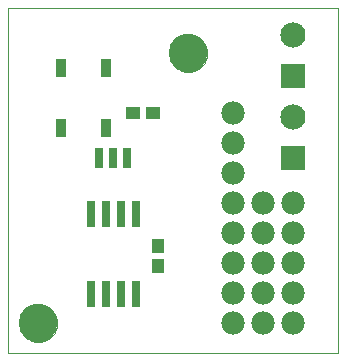
<source format=gts>
G75*
G70*
%OFA0B0*%
%FSLAX24Y24*%
%IPPOS*%
%LPD*%
%AMOC8*
5,1,8,0,0,1.08239X$1,22.5*
%
%ADD10C,0.0000*%
%ADD11C,0.1290*%
%ADD12R,0.0340X0.0640*%
%ADD13R,0.0316X0.0709*%
%ADD14R,0.0473X0.0434*%
%ADD15R,0.0280X0.0910*%
%ADD16R,0.0840X0.0840*%
%ADD17C,0.0840*%
%ADD18C,0.0780*%
%ADD19R,0.0434X0.0473*%
D10*
X000150Y000550D02*
X000150Y012050D01*
X011150Y012050D01*
X011150Y000550D01*
X000150Y000550D01*
X000525Y001550D02*
X000527Y001600D01*
X000533Y001649D01*
X000543Y001698D01*
X000556Y001745D01*
X000574Y001792D01*
X000595Y001837D01*
X000619Y001880D01*
X000647Y001921D01*
X000678Y001960D01*
X000712Y001996D01*
X000749Y002030D01*
X000789Y002060D01*
X000830Y002087D01*
X000874Y002111D01*
X000919Y002131D01*
X000966Y002147D01*
X001014Y002160D01*
X001063Y002169D01*
X001113Y002174D01*
X001162Y002175D01*
X001212Y002172D01*
X001261Y002165D01*
X001310Y002154D01*
X001357Y002140D01*
X001403Y002121D01*
X001448Y002099D01*
X001491Y002074D01*
X001531Y002045D01*
X001569Y002013D01*
X001605Y001979D01*
X001638Y001941D01*
X001667Y001901D01*
X001693Y001859D01*
X001716Y001815D01*
X001735Y001769D01*
X001751Y001722D01*
X001763Y001673D01*
X001771Y001624D01*
X001775Y001575D01*
X001775Y001525D01*
X001771Y001476D01*
X001763Y001427D01*
X001751Y001378D01*
X001735Y001331D01*
X001716Y001285D01*
X001693Y001241D01*
X001667Y001199D01*
X001638Y001159D01*
X001605Y001121D01*
X001569Y001087D01*
X001531Y001055D01*
X001491Y001026D01*
X001448Y001001D01*
X001403Y000979D01*
X001357Y000960D01*
X001310Y000946D01*
X001261Y000935D01*
X001212Y000928D01*
X001162Y000925D01*
X001113Y000926D01*
X001063Y000931D01*
X001014Y000940D01*
X000966Y000953D01*
X000919Y000969D01*
X000874Y000989D01*
X000830Y001013D01*
X000789Y001040D01*
X000749Y001070D01*
X000712Y001104D01*
X000678Y001140D01*
X000647Y001179D01*
X000619Y001220D01*
X000595Y001263D01*
X000574Y001308D01*
X000556Y001355D01*
X000543Y001402D01*
X000533Y001451D01*
X000527Y001500D01*
X000525Y001550D01*
X005525Y010550D02*
X005527Y010600D01*
X005533Y010649D01*
X005543Y010698D01*
X005556Y010745D01*
X005574Y010792D01*
X005595Y010837D01*
X005619Y010880D01*
X005647Y010921D01*
X005678Y010960D01*
X005712Y010996D01*
X005749Y011030D01*
X005789Y011060D01*
X005830Y011087D01*
X005874Y011111D01*
X005919Y011131D01*
X005966Y011147D01*
X006014Y011160D01*
X006063Y011169D01*
X006113Y011174D01*
X006162Y011175D01*
X006212Y011172D01*
X006261Y011165D01*
X006310Y011154D01*
X006357Y011140D01*
X006403Y011121D01*
X006448Y011099D01*
X006491Y011074D01*
X006531Y011045D01*
X006569Y011013D01*
X006605Y010979D01*
X006638Y010941D01*
X006667Y010901D01*
X006693Y010859D01*
X006716Y010815D01*
X006735Y010769D01*
X006751Y010722D01*
X006763Y010673D01*
X006771Y010624D01*
X006775Y010575D01*
X006775Y010525D01*
X006771Y010476D01*
X006763Y010427D01*
X006751Y010378D01*
X006735Y010331D01*
X006716Y010285D01*
X006693Y010241D01*
X006667Y010199D01*
X006638Y010159D01*
X006605Y010121D01*
X006569Y010087D01*
X006531Y010055D01*
X006491Y010026D01*
X006448Y010001D01*
X006403Y009979D01*
X006357Y009960D01*
X006310Y009946D01*
X006261Y009935D01*
X006212Y009928D01*
X006162Y009925D01*
X006113Y009926D01*
X006063Y009931D01*
X006014Y009940D01*
X005966Y009953D01*
X005919Y009969D01*
X005874Y009989D01*
X005830Y010013D01*
X005789Y010040D01*
X005749Y010070D01*
X005712Y010104D01*
X005678Y010140D01*
X005647Y010179D01*
X005619Y010220D01*
X005595Y010263D01*
X005574Y010308D01*
X005556Y010355D01*
X005543Y010402D01*
X005533Y010451D01*
X005527Y010500D01*
X005525Y010550D01*
D11*
X006150Y010550D03*
X001150Y001550D03*
D12*
X001900Y008050D03*
X003400Y008050D03*
X003400Y010050D03*
X001900Y010050D03*
D13*
X003178Y007050D03*
X003650Y007050D03*
X004122Y007050D03*
D14*
X004315Y008550D03*
X004985Y008550D03*
D15*
X004400Y005180D03*
X003900Y005180D03*
X003400Y005180D03*
X002900Y005180D03*
X002900Y002530D03*
X003400Y002530D03*
X003900Y002530D03*
X004400Y002530D03*
D16*
X009650Y007050D03*
X009650Y009800D03*
D17*
X009650Y008428D03*
X009650Y011178D03*
D18*
X007650Y008550D03*
X007650Y007550D03*
X007650Y006550D03*
X007650Y005550D03*
X007650Y004550D03*
X007650Y003550D03*
X007650Y002550D03*
X007650Y001550D03*
X008650Y001550D03*
X008650Y002550D03*
X008650Y003550D03*
X008650Y004550D03*
X008650Y005550D03*
X009650Y005550D03*
X009650Y004550D03*
X009650Y003550D03*
X009650Y002550D03*
X009650Y001550D03*
D19*
X005150Y003465D03*
X005150Y004135D03*
M02*

</source>
